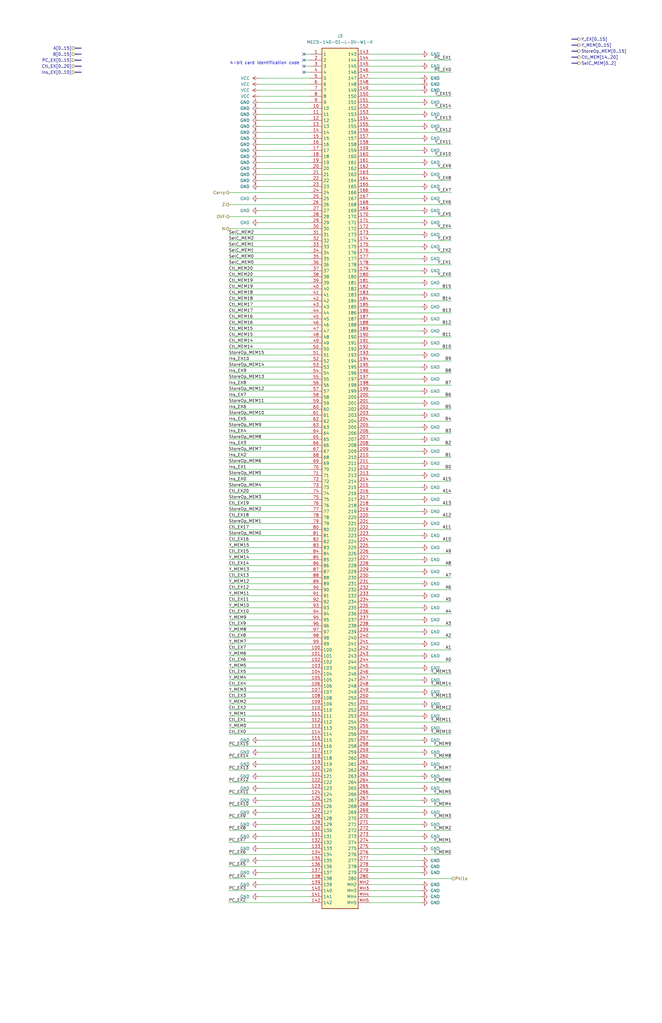
<source format=kicad_sch>
(kicad_sch (version 20250114) (generator "eeschema") (generator_version "9.0")
  (paper "USLedger" portrait)
  (title_block (date "2025-07-11") (rev "A"))
  (text "4-bit card identification code" (at 126.492 26.67 0) (effects (font (size 1.27 1.27)) (justify right)))
  (no_connect (at 128.27 27.94))
  (no_connect (at 128.27 25.4))
  (no_connect (at 128.27 22.86))
  (no_connect (at 128.27 30.48))
  (wire (pts (xy 156.21 177.8) (xy 190.5 177.8)))
  (wire (pts (xy 177.8 124.46) (xy 156.21 124.46)))
  (wire (pts (xy 177.8 109.22) (xy 156.21 109.22)))
  (bus (pts (xy 31.75 25.4) (xy 34.29 25.4)))
  (wire (pts (xy 177.8 134.62) (xy 156.21 134.62)))
  (wire (pts (xy 109.22 353.06) (xy 130.81 353.06)))
  (wire (pts (xy 96.52 259.08) (xy 130.81 259.08)))
  (wire (pts (xy 156.21 172.72) (xy 190.5 172.72)))
  (wire (pts (xy 177.8 53.34) (xy 156.21 53.34)))
  (wire (pts (xy 177.8 139.7) (xy 156.21 139.7)))
  (wire (pts (xy 96.52 99.06) (xy 130.81 99.06)))
  (wire (pts (xy 177.8 180.34) (xy 156.21 180.34)))
  (wire (pts (xy 109.22 45.72) (xy 130.81 45.72)))
  (wire (pts (xy 109.22 60.96) (xy 130.81 60.96)))
  (wire (pts (xy 109.22 48.26) (xy 130.81 48.26)))
  (bus (pts (xy 243.84 16.51) (xy 241.3 16.51)))
  (wire (pts (xy 96.52 297.18) (xy 130.81 297.18)))
  (wire (pts (xy 190.5 279.4) (xy 156.21 279.4)))
  (wire (pts (xy 177.8 43.18) (xy 156.21 43.18)))
  (wire (pts (xy 177.8 246.38) (xy 156.21 246.38)))
  (wire (pts (xy 177.8 281.94) (xy 156.21 281.94)))
  (wire (pts (xy 96.52 114.3) (xy 130.81 114.3)))
  (wire (pts (xy 156.21 360.68) (xy 190.5 360.68)))
  (wire (pts (xy 177.8 292.1) (xy 156.21 292.1)))
  (wire (pts (xy 96.52 81.28) (xy 130.81 81.28)))
  (wire (pts (xy 177.8 236.22) (xy 156.21 236.22)))
  (wire (pts (xy 177.8 175.26) (xy 156.21 175.26)))
  (wire (pts (xy 96.52 203.2) (xy 130.81 203.2)))
  (wire (pts (xy 109.22 358.14) (xy 130.81 358.14)))
  (bus (pts (xy 243.84 26.67) (xy 241.3 26.67)))
  (wire (pts (xy 190.5 45.72) (xy 156.21 45.72)))
  (wire (pts (xy 128.27 27.94) (xy 130.81 27.94)))
  (wire (pts (xy 177.8 200.66) (xy 156.21 200.66)))
  (wire (pts (xy 109.22 55.88) (xy 130.81 55.88)))
  (wire (pts (xy 96.52 147.32) (xy 130.81 147.32)))
  (wire (pts (xy 96.52 96.52) (xy 130.81 96.52)))
  (wire (pts (xy 177.8 231.14) (xy 156.21 231.14)))
  (wire (pts (xy 96.52 261.62) (xy 130.81 261.62)))
  (wire (pts (xy 190.5 223.52) (xy 156.21 223.52)))
  (wire (pts (xy 109.22 35.56) (xy 130.81 35.56)))
  (wire (pts (xy 96.52 284.48) (xy 130.81 284.48)))
  (wire (pts (xy 177.8 38.1) (xy 156.21 38.1)))
  (wire (pts (xy 128.27 22.86) (xy 130.81 22.86)))
  (wire (pts (xy 177.8 266.7) (xy 156.21 266.7)))
  (wire (pts (xy 109.22 88.9) (xy 130.81 88.9)))
  (wire (pts (xy 177.8 129.54) (xy 156.21 129.54)))
  (wire (pts (xy 177.8 48.26) (xy 156.21 48.26)))
  (wire (pts (xy 109.22 317.5) (xy 130.81 317.5)))
  (wire (pts (xy 190.5 25.4) (xy 156.21 25.4)))
  (wire (pts (xy 96.52 165.1) (xy 130.81 165.1)))
  (wire (pts (xy 177.8 119.38) (xy 156.21 119.38)))
  (wire (pts (xy 109.22 38.1) (xy 130.81 38.1)))
  (wire (pts (xy 96.52 167.64) (xy 130.81 167.64)))
  (wire (pts (xy 190.5 203.2) (xy 156.21 203.2)))
  (wire (pts (xy 156.21 340.36) (xy 190.5 340.36)))
  (wire (pts (xy 109.22 68.58) (xy 130.81 68.58)))
  (wire (pts (xy 96.52 256.54) (xy 130.81 256.54)))
  (wire (pts (xy 190.5 30.48) (xy 156.21 30.48)))
  (wire (pts (xy 156.21 345.44) (xy 190.5 345.44)))
  (wire (pts (xy 156.21 187.96) (xy 190.5 187.96)))
  (wire (pts (xy 190.5 213.36) (xy 156.21 213.36)))
  (wire (pts (xy 177.8 378.46) (xy 156.21 378.46)))
  (wire (pts (xy 156.21 142.24) (xy 190.5 142.24)))
  (wire (pts (xy 109.22 342.9) (xy 130.81 342.9)))
  (wire (pts (xy 96.52 248.92) (xy 130.81 248.92)))
  (wire (pts (xy 109.22 322.58) (xy 130.81 322.58)))
  (wire (pts (xy 177.8 195.58) (xy 156.21 195.58)))
  (wire (pts (xy 156.21 335.28) (xy 190.5 335.28)))
  (wire (pts (xy 177.8 220.98) (xy 156.21 220.98)))
  (wire (pts (xy 177.8 114.3) (xy 156.21 114.3)))
  (wire (pts (xy 177.8 375.92) (xy 156.21 375.92)))
  (wire (pts (xy 156.21 314.96) (xy 190.5 314.96)))
  (wire (pts (xy 96.52 246.38) (xy 130.81 246.38)))
  (wire (pts (xy 96.52 355.6) (xy 130.81 355.6)))
  (wire (pts (xy 96.52 175.26) (xy 130.81 175.26)))
  (bus (pts (xy 243.84 21.59) (xy 241.3 21.59)))
  (wire (pts (xy 109.22 368.3) (xy 130.81 368.3)))
  (wire (pts (xy 177.8 317.5) (xy 156.21 317.5)))
  (bus (pts (xy 31.75 30.48) (xy 34.29 30.48)))
  (wire (pts (xy 96.52 266.7) (xy 130.81 266.7)))
  (wire (pts (xy 109.22 327.66) (xy 130.81 327.66)))
  (wire (pts (xy 177.8 68.58) (xy 156.21 68.58)))
  (wire (pts (xy 96.52 231.14) (xy 130.81 231.14)))
  (wire (pts (xy 156.21 137.16) (xy 190.5 137.16)))
  (wire (pts (xy 177.8 256.54) (xy 156.21 256.54)))
  (wire (pts (xy 96.52 121.92) (xy 130.81 121.92)))
  (wire (pts (xy 177.8 365.76) (xy 156.21 365.76)))
  (wire (pts (xy 177.8 22.86) (xy 156.21 22.86)))
  (wire (pts (xy 177.8 149.86) (xy 156.21 149.86)))
  (wire (pts (xy 96.52 180.34) (xy 130.81 180.34)))
  (wire (pts (xy 96.52 236.22) (xy 130.81 236.22)))
  (wire (pts (xy 177.8 165.1) (xy 156.21 165.1)))
  (wire (pts (xy 156.21 121.92) (xy 190.5 121.92)))
  (wire (pts (xy 190.5 106.68) (xy 156.21 106.68)))
  (wire (pts (xy 177.8 337.82) (xy 156.21 337.82)))
  (wire (pts (xy 177.8 144.78) (xy 156.21 144.78)))
  (wire (pts (xy 96.52 287.02) (xy 130.81 287.02)))
  (wire (pts (xy 96.52 116.84) (xy 130.81 116.84)))
  (wire (pts (xy 190.5 248.92) (xy 156.21 248.92)))
  (wire (pts (xy 156.21 330.2) (xy 190.5 330.2)))
  (wire (pts (xy 96.52 119.38) (xy 130.81 119.38)))
  (wire (pts (xy 96.52 360.68) (xy 130.81 360.68)))
  (wire (pts (xy 96.52 190.5) (xy 130.81 190.5)))
  (wire (pts (xy 96.52 302.26) (xy 130.81 302.26)))
  (wire (pts (xy 177.8 358.14) (xy 156.21 358.14)))
  (wire (pts (xy 177.8 35.56) (xy 156.21 35.56)))
  (wire (pts (xy 177.8 332.74) (xy 156.21 332.74)))
  (wire (pts (xy 109.22 78.74) (xy 130.81 78.74)))
  (wire (pts (xy 156.21 182.88) (xy 190.5 182.88)))
  (wire (pts (xy 96.52 279.4) (xy 130.81 279.4)))
  (wire (pts (xy 177.8 297.18) (xy 156.21 297.18)))
  (wire (pts (xy 109.22 63.5) (xy 130.81 63.5)))
  (wire (pts (xy 96.52 215.9) (xy 130.81 215.9)))
  (wire (pts (xy 177.8 312.42) (xy 156.21 312.42)))
  (wire (pts (xy 96.52 251.46) (xy 130.81 251.46)))
  (bus (pts (xy 31.75 27.94) (xy 34.29 27.94)))
  (wire (pts (xy 190.5 274.32) (xy 156.21 274.32)))
  (wire (pts (xy 96.52 127) (xy 130.81 127)))
  (wire (pts (xy 177.8 327.66) (xy 156.21 327.66)))
  (wire (pts (xy 156.21 167.64) (xy 190.5 167.64)))
  (wire (pts (xy 96.52 226.06) (xy 130.81 226.06)))
  (wire (pts (xy 190.5 264.16) (xy 156.21 264.16)))
  (wire (pts (xy 96.52 91.44) (xy 130.81 91.44)))
  (wire (pts (xy 96.52 320.04) (xy 130.81 320.04)))
  (wire (pts (xy 177.8 83.82) (xy 156.21 83.82)))
  (wire (pts (xy 96.52 345.44) (xy 130.81 345.44)))
  (wire (pts (xy 177.8 88.9) (xy 156.21 88.9)))
  (wire (pts (xy 96.52 111.76) (xy 130.81 111.76)))
  (wire (pts (xy 156.21 147.32) (xy 190.5 147.32)))
  (wire (pts (xy 156.21 309.88) (xy 190.5 309.88)))
  (wire (pts (xy 109.22 363.22) (xy 130.81 363.22)))
  (wire (pts (xy 96.52 149.86) (xy 130.81 149.86)))
  (wire (pts (xy 96.52 314.96) (xy 130.81 314.96)))
  (wire (pts (xy 190.5 76.2) (xy 156.21 76.2)))
  (wire (pts (xy 190.5 91.44) (xy 156.21 91.44)))
  (wire (pts (xy 190.5 40.64) (xy 156.21 40.64)))
  (wire (pts (xy 177.8 210.82) (xy 156.21 210.82)))
  (wire (pts (xy 177.8 276.86) (xy 156.21 276.86)))
  (wire (pts (xy 96.52 198.12) (xy 130.81 198.12)))
  (wire (pts (xy 96.52 157.48) (xy 130.81 157.48)))
  (bus (pts (xy 243.84 24.13) (xy 241.3 24.13)))
  (wire (pts (xy 156.21 284.48) (xy 190.5 284.48)))
  (wire (pts (xy 177.8 215.9) (xy 156.21 215.9)))
  (wire (pts (xy 156.21 162.56) (xy 190.5 162.56)))
  (bus (pts (xy 31.75 22.86) (xy 34.29 22.86)))
  (wire (pts (xy 177.8 99.06) (xy 156.21 99.06)))
  (wire (pts (xy 96.52 233.68) (xy 130.81 233.68)))
  (wire (pts (xy 190.5 111.76) (xy 156.21 111.76)))
  (wire (pts (xy 177.8 368.3) (xy 156.21 368.3)))
  (wire (pts (xy 96.52 129.54) (xy 130.81 129.54)))
  (wire (pts (xy 190.5 50.8) (xy 156.21 50.8)))
  (wire (pts (xy 177.8 160.02) (xy 156.21 160.02)))
  (wire (pts (xy 156.21 304.8) (xy 190.5 304.8)))
  (wire (pts (xy 96.52 182.88) (xy 130.81 182.88)))
  (wire (pts (xy 177.8 302.26) (xy 156.21 302.26)))
  (wire (pts (xy 96.52 292.1) (xy 130.81 292.1)))
  (wire (pts (xy 128.27 30.48) (xy 130.81 30.48)))
  (wire (pts (xy 177.8 104.14) (xy 156.21 104.14)))
  (wire (pts (xy 190.5 96.52) (xy 156.21 96.52)))
  (wire (pts (xy 96.52 274.32) (xy 130.81 274.32)))
  (wire (pts (xy 96.52 271.78) (xy 130.81 271.78)))
  (wire (pts (xy 156.21 193.04) (xy 190.5 193.04)))
  (wire (pts (xy 96.52 187.96) (xy 130.81 187.96)))
  (wire (pts (xy 96.52 160.02) (xy 130.81 160.02)))
  (wire (pts (xy 177.8 63.5) (xy 156.21 63.5)))
  (wire (pts (xy 96.52 330.2) (xy 130.81 330.2)))
  (wire (pts (xy 96.52 162.56) (xy 130.81 162.56)))
  (wire (pts (xy 156.21 320.04) (xy 190.5 320.04)))
  (wire (pts (xy 96.52 381) (xy 130.81 381)))
  (wire (pts (xy 190.5 370.84) (xy 156.21 370.84)))
  (wire (pts (xy 177.8 190.5) (xy 156.21 190.5)))
  (wire (pts (xy 109.22 93.98) (xy 130.81 93.98)))
  (wire (pts (xy 96.52 307.34) (xy 130.81 307.34)))
  (wire (pts (xy 177.8 307.34) (xy 156.21 307.34)))
  (wire (pts (xy 109.22 332.74) (xy 130.81 332.74)))
  (wire (pts (xy 177.8 33.02) (xy 156.21 33.02)))
  (wire (pts (xy 156.21 152.4) (xy 190.5 152.4)))
  (wire (pts (xy 109.22 33.02) (xy 130.81 33.02)))
  (wire (pts (xy 156.21 325.12) (xy 190.5 325.12)))
  (wire (pts (xy 177.8 226.06) (xy 156.21 226.06)))
  (wire (pts (xy 96.52 154.94) (xy 130.81 154.94)))
  (wire (pts (xy 109.22 53.34) (xy 130.81 53.34)))
  (wire (pts (xy 109.22 312.42) (xy 130.81 312.42)))
  (wire (pts (xy 96.52 228.6) (xy 130.81 228.6)))
  (wire (pts (xy 156.21 350.52) (xy 190.5 350.52)))
  (wire (pts (xy 96.52 340.36) (xy 130.81 340.36)))
  (wire (pts (xy 190.5 233.68) (xy 156.21 233.68)))
  (wire (pts (xy 190.5 86.36) (xy 156.21 86.36)))
  (wire (pts (xy 96.52 185.42) (xy 130.81 185.42)))
  (wire (pts (xy 177.8 342.9) (xy 156.21 342.9)))
  (wire (pts (xy 96.52 193.04) (xy 130.81 193.04)))
  (wire (pts (xy 156.21 355.6) (xy 190.5 355.6)))
  (wire (pts (xy 109.22 71.12) (xy 130.81 71.12)))
  (wire (pts (xy 190.5 55.88) (xy 156.21 55.88)))
  (wire (pts (xy 96.52 152.4) (xy 130.81 152.4)))
  (wire (pts (xy 96.52 218.44) (xy 130.81 218.44)))
  (wire (pts (xy 177.8 347.98) (xy 156.21 347.98)))
  (wire (pts (xy 96.52 370.84) (xy 130.81 370.84)))
  (wire (pts (xy 190.5 269.24) (xy 156.21 269.24)))
  (wire (pts (xy 177.8 78.74) (xy 156.21 78.74)))
  (wire (pts (xy 128.27 25.4) (xy 130.81 25.4)))
  (wire (pts (xy 96.52 375.92) (xy 130.81 375.92)))
  (wire (pts (xy 96.52 325.12) (xy 130.81 325.12)))
  (wire (pts (xy 96.52 335.28) (xy 130.81 335.28)))
  (wire (pts (xy 156.21 132.08) (xy 190.5 132.08)))
  (wire (pts (xy 96.52 205.74) (xy 130.81 205.74)))
  (wire (pts (xy 177.8 251.46) (xy 156.21 251.46)))
  (wire (pts (xy 190.5 101.6) (xy 156.21 101.6)))
  (wire (pts (xy 96.52 294.64) (xy 130.81 294.64)))
  (wire (pts (xy 96.52 289.56) (xy 130.81 289.56)))
  (wire (pts (xy 156.21 289.56) (xy 190.5 289.56)))
  (wire (pts (xy 190.5 238.76) (xy 156.21 238.76)))
  (wire (pts (xy 156.21 157.48) (xy 190.5 157.48)))
  (wire (pts (xy 177.8 353.06) (xy 156.21 353.06)))
  (wire (pts (xy 96.52 264.16) (xy 130.81 264.16)))
  (wire (pts (xy 177.8 381) (xy 156.21 381)))
  (wire (pts (xy 109.22 50.8) (xy 130.81 50.8)))
  (wire (pts (xy 177.8 271.78) (xy 156.21 271.78)))
  (wire (pts (xy 96.52 109.22) (xy 130.81 109.22)))
  (wire (pts (xy 190.5 208.28) (xy 156.21 208.28)))
  (wire (pts (xy 96.52 132.08) (xy 130.81 132.08)))
  (wire (pts (xy 109.22 66.04) (xy 130.81 66.04)))
  (wire (pts (xy 177.8 241.3) (xy 156.21 241.3)))
  (wire (pts (xy 96.52 195.58) (xy 130.81 195.58)))
  (wire (pts (xy 177.8 58.42) (xy 156.21 58.42)))
  (wire (pts (xy 96.52 350.52) (xy 130.81 350.52)))
  (wire (pts (xy 190.5 66.04) (xy 156.21 66.04)))
  (wire (pts (xy 177.8 261.62) (xy 156.21 261.62)))
  (wire (pts (xy 190.5 60.96) (xy 156.21 60.96)))
  (wire (pts (xy 96.52 269.24) (xy 130.81 269.24)))
  (wire (pts (xy 109.22 83.82) (xy 130.81 83.82)))
  (wire (pts (xy 177.8 287.02) (xy 156.21 287.02)))
  (wire (pts (xy 109.22 76.2) (xy 130.81 76.2)))
  (wire (pts (xy 109.22 40.64) (xy 130.81 40.64)))
  (wire (pts (xy 177.8 363.22) (xy 156.21 363.22)))
  (wire (pts (xy 96.52 304.8) (xy 130.81 304.8)))
  (wire (pts (xy 109.22 373.38) (xy 130.81 373.38)))
  (wire (pts (xy 96.52 243.84) (xy 130.81 243.84)))
  (wire (pts (xy 190.5 228.6) (xy 156.21 228.6)))
  (wire (pts (xy 177.8 185.42) (xy 156.21 185.42)))
  (wire (pts (xy 96.52 139.7) (xy 130.81 139.7)))
  (wire (pts (xy 177.8 154.94) (xy 156.21 154.94)))
  (wire (pts (xy 190.5 218.44) (xy 156.21 218.44)))
  (wire (pts (xy 96.52 170.18) (xy 130.81 170.18)))
  (wire (pts (xy 96.52 241.3) (xy 130.81 241.3)))
  (wire (pts (xy 96.52 365.76) (xy 130.81 365.76)))
  (wire (pts (xy 96.52 210.82) (xy 130.81 210.82)))
  (wire (pts (xy 96.52 137.16) (xy 130.81 137.16)))
  (wire (pts (xy 96.52 281.94) (xy 130.81 281.94)))
  (wire (pts (xy 177.8 322.58) (xy 156.21 322.58)))
  (wire (pts (xy 96.52 106.68) (xy 130.81 106.68)))
  (wire (pts (xy 96.52 101.6) (xy 130.81 101.6)))
  (wire (pts (xy 156.21 299.72) (xy 190.5 299.72)))
  (wire (pts (xy 96.52 220.98) (xy 130.81 220.98)))
  (wire (pts (xy 109.22 58.42) (xy 130.81 58.42)))
  (wire (pts (xy 96.52 254) (xy 130.81 254)))
  (wire (pts (xy 177.8 93.98) (xy 156.21 93.98)))
  (wire (pts (xy 109.22 378.46) (xy 130.81 378.46)))
  (wire (pts (xy 190.5 71.12) (xy 156.21 71.12)))
  (wire (pts (xy 96.52 144.78) (xy 130.81 144.78)))
  (wire (pts (xy 96.52 177.8) (xy 130.81 177.8)))
  (wire (pts (xy 109.22 43.18) (xy 130.81 43.18)))
  (wire (pts (xy 109.22 337.82) (xy 130.81 337.82)))
  (wire (pts (xy 190.5 243.84) (xy 156.21 243.84)))
  (wire (pts (xy 96.52 104.14) (xy 130.81 104.14)))
  (wire (pts (xy 96.52 213.36) (xy 130.81 213.36)))
  (wire (pts (xy 177.8 373.38) (xy 156.21 373.38)))
  (wire (pts (xy 177.8 27.94) (xy 156.21 27.94)))
  (wire (pts (xy 156.21 198.12) (xy 190.5 198.12)))
  (wire (pts (xy 96.52 134.62) (xy 130.81 134.62)))
  (wire (pts (xy 96.52 223.52) (xy 130.81 223.52)))
  (wire (pts (xy 156.21 127) (xy 190.5 127)))
  (wire (pts (xy 156.21 294.64) (xy 190.5 294.64)))
  (wire (pts (xy 109.22 347.98) (xy 130.81 347.98)))
  (bus (pts (xy 31.75 20.32) (xy 34.29 20.32)))
  (wire (pts (xy 96.52 208.28) (xy 130.81 208.28)))
  (wire (pts (xy 96.52 299.72) (xy 130.81 299.72)))
  (wire (pts (xy 96.52 124.46) (xy 130.81 124.46)))
  (wire (pts (xy 96.52 86.36) (xy 130.81 86.36)))
  (wire (pts (xy 109.22 73.66) (xy 130.81 73.66)))
  (bus (pts (xy 243.84 19.05) (xy 241.3 19.05)))
  (wire (pts (xy 96.52 200.66) (xy 130.81 200.66)))
  (wire (pts (xy 96.52 142.24) (xy 130.81 142.24)))
  (wire (pts (xy 96.52 172.72) (xy 130.81 172.72)))
  (wire (pts (xy 177.8 73.66) (xy 156.21 73.66)))
  (wire (pts (xy 96.52 276.86) (xy 130.81 276.86)))
  (wire (pts (xy 96.52 309.88) (xy 130.81 309.88)))
  (wire (pts (xy 177.8 205.74) (xy 156.21 205.74)))
  (wire (pts (xy 96.52 238.76) (xy 130.81 238.76)))
  (wire (pts (xy 177.8 170.18) (xy 156.21 170.18)))
  (wire (pts (xy 190.5 116.84) (xy 156.21 116.84)))
  (wire (pts (xy 190.5 259.08) (xy 156.21 259.08)))
  (wire (pts (xy 190.5 254) (xy 156.21 254)))
  (wire (pts (xy 190.5 81.28) (xy 156.21 81.28)))
  (label "Y_MEM12" (at 190.5 299.72 180))
  (label "Ins_EX5" (at 96.52 177.8 0))
  (label "PC_EX7" (at 96.52 355.6 0))
  (label "PC_EX4" (at 96.52 370.84 0))
  (label "PC_EX14" (at 96.52 320.04 0))
  (label "Y_EX13" (at 190.5 50.8 180))
  (label "PC_EX2" (at 96.52 381 0))
  (label "B4" (at 190.5 177.8 180))
  (label "Ctl_EX6" (at 96.52 279.4 0))
  (label "Y_MEM4" (at 96.52 287.02 0))
  (label "Ins_EX3" (at 96.52 187.96 0))
  (label "B6" (at 190.5 167.64 180))
  (label "StoreOp_MEM10" (at 96.52 175.26 0))
  (label "Ctl_EX9" (at 96.52 264.16 0))
  (label "SelC_MEM2" (at 96.52 99.06 0))
  (label "StoreOp_MEM9" (at 96.52 180.34 0))
  (label "PC_EX6" (at 96.52 360.68 0))
  (label "Y_MEM6" (at 96.52 276.86 0))
  (label "Y_EX9" (at 190.5 71.12 180))
  (label "Y_MEM8" (at 190.5 320.04 180))
  (label "PC_EX0" (at 190.5 30.48 180))
  (label "A15" (at 190.5 203.2 180))
  (label "Y_MEM5" (at 190.5 335.28 180))
  (label "SelC_MEM1" (at 96.52 106.68 0))
  (label "Y_MEM15" (at 190.5 284.48 180))
  (label "PC_EX3" (at 96.52 375.92 0))
  (label "StoreOp_MEM12" (at 96.52 165.1 0))
  (label "Ctl_MEM15" (at 96.52 142.24 0))
  (label "Ctl_EX5" (at 96.52 284.48 0))
  (label "Ctl_MEM20" (at 96.52 116.84 0))
  (label "B15" (at 190.5 121.92 180))
  (label "Y_EX14" (at 190.5 45.72 180))
  (label "Ctl_MEM14" (at 96.52 144.78 0))
  (label "StoreOp_MEM14" (at 96.52 154.94 0))
  (label "Ctl_EX7" (at 96.52 274.32 0))
  (label "A14" (at 190.5 208.28 180))
  (label "B1" (at 190.5 193.04 180))
  (label "Ins_EX10" (at 96.52 152.4 0))
  (label "Ctl_EX17" (at 96.52 223.52 0))
  (label "SelC_MEM1" (at 96.52 104.14 0))
  (label "Ctl_EX2" (at 96.52 299.72 0))
  (label "Ins_EX9" (at 96.52 157.48 0))
  (label "B14" (at 190.5 127 180))
  (label "B3" (at 190.5 182.88 180))
  (label "Ctl_MEM17" (at 96.52 129.54 0))
  (label "Ctl_EX15" (at 96.52 233.68 0))
  (label "A8" (at 190.5 238.76 180))
  (label "Y_MEM3" (at 190.5 345.44 180))
  (label "A0" (at 190.5 279.4 180))
  (label "Y_EX6" (at 190.5 86.36 180))
  (label "Y_MEM2" (at 190.5 350.52 180))
  (label "Ctl_EX8" (at 96.52 269.24 0))
  (label "PC_EX11" (at 96.52 335.28 0))
  (label "Ctl_MEM14" (at 96.52 147.32 0))
  (label "A5" (at 190.5 254 180))
  (label "Y_MEM2" (at 96.52 297.18 0))
  (label "Y_MEM11" (at 96.52 251.46 0))
  (label "Ctl_MEM15" (at 96.52 139.7 0))
  (label "Y_MEM8" (at 96.52 266.7 0))
  (label "Y_EX11" (at 190.5 60.96 180))
  (label "Ctl_MEM18" (at 96.52 124.46 0))
  (label "Ctl_EX1" (at 96.52 304.8 0))
  (label "B10" (at 190.5 147.32 180))
  (label "PC_EX1" (at 190.5 25.4 180))
  (label "Ctl_EX0" (at 96.52 309.88 0))
  (label "Ctl_MEM20" (at 96.52 114.3 0))
  (label "A3" (at 190.5 264.16 180))
  (label "Y_EX3" (at 190.5 101.6 180))
  (label "A7" (at 190.5 243.84 180))
  (label "StoreOp_MEM8" (at 96.52 185.42 0))
  (label "Ctl_EX3" (at 96.52 294.64 0))
  (label "Y_EX12" (at 190.5 55.88 180))
  (label "Ctl_EX13" (at 96.52 243.84 0))
  (label "A13" (at 190.5 213.36 180))
  (label "Ctl_MEM16" (at 96.52 137.16 0))
  (label "StoreOp_MEM7" (at 96.52 190.5 0))
  (label "Y_MEM1" (at 96.52 302.26 0))
  (label "Y_MEM12" (at 96.52 246.38 0))
  (label "Ctl_EX18" (at 96.52 218.44 0))
  (label "PC_EX5" (at 96.52 365.76 0))
  (label "Y_MEM15" (at 96.52 231.14 0))
  (label "Y_EX4" (at 190.5 96.52 180))
  (label "StoreOp_MEM0" (at 96.52 226.06 0))
  (label "Y_EX7" (at 190.5 81.28 180))
  (label "Y_MEM14" (at 190.5 289.56 180))
  (label "B8" (at 190.5 157.48 180))
  (label "Ctl_MEM19" (at 96.52 121.92 0))
  (label "PC_EX12" (at 96.52 330.2 0))
  (label "Y_MEM14" (at 96.52 236.22 0))
  (label "StoreOp_MEM5" (at 96.52 200.66 0))
  (label "Ins_EX1" (at 96.52 198.12 0))
  (label "Y_MEM4" (at 190.5 340.36 180))
  (label "Y_MEM10" (at 190.5 309.88 180))
  (label "A2" (at 190.5 269.24 180))
  (label "PC_EX13" (at 96.52 325.12 0))
  (label "Ctl_EX4" (at 96.52 289.56 0))
  (label "B2" (at 190.5 187.96 180))
  (label "Ctl_EX10" (at 96.52 259.08 0))
  (label "Y_MEM0" (at 190.5 360.68 180))
  (label "Y_MEM11" (at 190.5 304.8 180))
  (label "Ins_EX6" (at 96.52 172.72 0))
  (label "Ctl_EX20" (at 96.52 208.28 0))
  (label "StoreOp_MEM2" (at 96.52 215.9 0))
  (label "B5" (at 190.5 172.72 180))
  (label "Ctl_MEM19" (at 96.52 119.38 0))
  (label "StoreOp_MEM6" (at 96.52 195.58 0))
  (label "Ins_EX8" (at 96.52 162.56 0))
  (label "Y_MEM0" (at 96.52 307.34 0))
  (label "StoreOp_MEM3" (at 96.52 210.82 0))
  (label "StoreOp_MEM4" (at 96.52 205.74 0))
  (label "A6" (at 190.5 248.92 180))
  (label "Y_MEM10" (at 96.52 256.54 0))
  (label "Ctl_MEM17" (at 96.52 132.08 0))
  (label "B13" (at 190.5 132.08 180))
  (label "Y_EX15" (at 190.5 40.64 180))
  (label "PC_EX15" (at 96.52 314.96 0))
  (label "Y_MEM7" (at 96.52 271.78 0))
  (label "B0" (at 190.5 198.12 180))
  (label "Y_EX1" (at 190.5 111.76 180))
  (label "Ctl_MEM16" (at 96.52 134.62 0))
  (label "SelC_MEM2" (at 96.52 101.6 0))
  (label "Y_MEM9" (at 190.5 314.96 180))
  (label "Ins_EX0" (at 96.52 203.2 0))
  (label "Ctl_EX14" (at 96.52 238.76 0))
  (label "Ctl_EX19" (at 96.52 213.36 0))
  (label "PC_EX8" (at 96.52 350.52 0))
  (label "B11" (at 190.5 142.24 180))
  (label "B9" (at 190.5 152.4 180))
  (label "A11" (at 190.5 223.52 180))
  (label "Y_MEM9" (at 96.52 261.62 0))
  (label "B12" (at 190.5 137.16 180))
  (label "Y_EX0" (at 190.5 116.84 180))
  (label "Ctl_MEM18" (at 96.52 127 0))
  (label "StoreOp_MEM13" (at 96.52 160.02 0))
  (label "StoreOp_MEM15" (at 96.52 149.86 0))
  (label "Ctl_EX16" (at 96.52 228.6 0))
  (label "Y_MEM13" (at 190.5 294.64 180))
  (label "Y_EX5" (at 190.5 91.44 180))
  (label "B7" (at 190.5 162.56 180))
  (label "Y_MEM3" (at 96.52 292.1 0))
  (label "Y_EX10" (at 190.5 66.04 180))
  (label "A1" (at 190.5 274.32 180))
  (label "PC_EX9" (at 96.52 345.44 0))
  (label "A10" (at 190.5 228.6 180))
  (label "Ins_EX2" (at 96.52 193.04 0))
  (label "Y_MEM6" (at 190.5 330.2 180))
  (label "Y_MEM1" (at 190.5 355.6 180))
  (label "StoreOp_MEM11" (at 96.52 170.18 0))
  (label "Ins_EX4" (at 96.52 182.88 0))
  (label "StoreOp_MEM1" (at 96.52 220.98 0))
  (label "Ctl_EX11" (at 96.52 254 0))
  (label "A4" (at 190.5 259.08 180))
  (label "Ctl_EX12" (at 96.52 248.92 0))
  (label "SelC_MEM0" (at 96.52 109.22 0))
  (label "SelC_MEM0" (at 96.52 111.76 0))
  (label "A9" (at 190.5 233.68 180))
  (label "Y_MEM7" (at 190.5 325.12 180))
  (label "PC_EX10" (at 96.52 340.36 0))
  (label "Y_EX8" (at 190.5 76.2 180))
  (label "Ins_EX7" (at 96.52 167.64 0))
  (label "Y_MEM5" (at 96.52 281.94 0))
  (label "Y_MEM13" (at 96.52 241.3 0))
  (label "Y_EX2" (at 190.5 106.68 180))
  (label "A12" (at 190.5 218.44 180))
  (hierarchical_label "OVF" (shape output) (at 96.52 91.44 180))
  (hierarchical_label "Y_EX[0..15]" (shape output) (at 243.84 16.51 0))
  (hierarchical_label "SelC_MEM[0..2]" (shape output) (at 243.84 26.67 0))
  (hierarchical_label "Z" (shape output) (at 96.52 86.36 180))
  (hierarchical_label "Ctl_MEM[14..20]" (shape output) (at 243.84 24.13 0))
  (hierarchical_label "PC_EX[0..15]" (shape input) (at 31.75 25.4 180))
  (hierarchical_label "B[0..15]" (shape input) (at 31.75 22.86 180))
  (hierarchical_label "Y_MEM[0..15]" (shape output) (at 243.84 19.05 0))
  (hierarchical_label "A[0..15]" (shape input) (at 31.75 20.32 180))
  (hierarchical_label "StoreOp_MEM[0..15]" (shape output) (at 243.84 21.59 0))
  (hierarchical_label "Ctl_EX[0..20]" (shape input) (at 31.75 27.94 180))
  (hierarchical_label "Ins_EX[0..10]" (shape input) (at 31.75 30.48 180))
  (hierarchical_label "Carry" (shape output) (at 96.52 81.28 180))
  (hierarchical_label "N" (shape output) (at 96.52 96.52 180))
  (hierarchical_label "Phi1e" (shape input) (at 190.5 370.84 0))
  (symbol (lib_id "power:GND") (at 109.22 322.58 270) (unit 1)
    (property "Reference" "#PWR0714" (effects (hide yes)))
    (property "Value" "GND" (at 105.41 322.5799 90) (effects (justify right)))
    (property "Description" "Power symbol creates a global label with name \"GND\" , ground" (effects (hide yes)))
  )
  (symbol (lib_id "power:GND") (at 177.8 139.7 90) (mirror x) (unit 1)
    (property "Reference" "#PWR0661" (effects (hide yes)))
    (property "Value" "GND" (at 181.61 139.6999 90) (effects (justify right)))
    (property "Description" "Power symbol creates a global label with name \"GND\" , ground" (effects (hide yes)))
  )
  (symbol (lib_id "power:GND") (at 109.22 347.98 270) (unit 1)
    (property "Reference" "#PWR0719" (effects (hide yes)))
    (property "Value" "GND" (at 105.41 347.9799 90) (effects (justify right)))
    (property "Description" "Power symbol creates a global label with name \"GND\" , ground" (effects (hide yes)))
  )
  (symbol (lib_id "power:GND") (at 177.8 358.14 90) (mirror x) (unit 1)
    (property "Reference" "#PWR0689" (effects (hide yes)))
    (property "Value" "GND" (at 181.61 358.1399 90) (effects (justify right)))
    (property "Description" "Power symbol creates a global label with name \"GND\" , ground" (effects (hide yes)))
  )
  (symbol (lib_id "power:GND") (at 177.8 124.46 90) (mirror x) (unit 1)
    (property "Reference" "#PWR0658" (effects (hide yes)))
    (property "Value" "GND" (at 181.61 124.4599 90) (effects (justify right)))
    (property "Description" "Power symbol creates a global label with name \"GND\" , ground" (effects (hide yes)))
  )
  (symbol (lib_id "power:GND") (at 177.8 347.98 90) (mirror x) (unit 1)
    (property "Reference" "#PWR0687" (effects (hide yes)))
    (property "Value" "GND" (at 181.61 347.9799 90) (effects (justify right)))
    (property "Description" "Power symbol creates a global label with name \"GND\" , ground" (effects (hide yes)))
  )
  (symbol (lib_id "power:GND") (at 109.22 63.5 270) (unit 1)
    (property "Reference" "#PWR0733" (effects (hide yes)))
    (property "Value" "GND" (at 105.41 63.4999 90) (effects (justify right)))
    (property "Description" "Power symbol creates a global label with name \"GND\" , ground" (effects (hide yes)))
  )
  (symbol (lib_id "power:GND") (at 109.22 327.66 270) (unit 1)
    (property "Reference" "#PWR0715" (effects (hide yes)))
    (property "Value" "GND" (at 105.41 327.6599 90) (effects (justify right)))
    (property "Description" "Power symbol creates a global label with name \"GND\" , ground" (effects (hide yes)))
  )
  (symbol (lib_id "power:GND") (at 177.8 104.14 90) (mirror x) (unit 1)
    (property "Reference" "#PWR0654" (effects (hide yes)))
    (property "Value" "GND" (at 181.61 104.1399 90) (effects (justify right)))
    (property "Description" "Power symbol creates a global label with name \"GND\" , ground" (effects (hide yes)))
  )
  (symbol (lib_id "power:GND") (at 177.8 342.9 90) (mirror x) (unit 1)
    (property "Reference" "#PWR0686" (effects (hide yes)))
    (property "Value" "GND" (at 181.61 342.8999 90) (effects (justify right)))
    (property "Description" "Power symbol creates a global label with name \"GND\" , ground" (effects (hide yes)))
  )
  (symbol (lib_id "power:GND") (at 177.8 170.18 90) (mirror x) (unit 1)
    (property "Reference" "#PWR0667" (effects (hide yes)))
    (property "Value" "GND" (at 181.61 170.1799 90) (effects (justify right)))
    (property "Description" "Power symbol creates a global label with name \"GND\" , ground" (effects (hide yes)))
  )
  (symbol (lib_id "power:GND") (at 109.22 60.96 270) (unit 1)
    (property "Reference" "#PWR0740" (effects (hide yes)))
    (property "Value" "GND" (at 105.41 60.9599 90) (effects (justify right)))
    (property "Description" "Power symbol creates a global label with name \"GND\" , ground" (effects (hide yes)))
  )
  (symbol (lib_id "power:GND") (at 177.8 271.78 90) (mirror x) (unit 1)
    (property "Reference" "#PWR0700" (effects (hide yes)))
    (property "Value" "GND" (at 181.61 271.7799 90) (effects (justify right)))
    (property "Description" "Power symbol creates a global label with name \"GND\" , ground" (effects (hide yes)))
  )
  (symbol (lib_id "power:GND") (at 177.8 375.92 90) (mirror x) (unit 1)
    (property "Reference" "#PWR0514" (effects (hide yes)))
    (property "Value" "GND" (at 181.61 375.9199 90) (effects (justify right)))
    (property "Description" "Power symbol creates a global label with name \"GND\" , ground" (effects (hide yes)))
  )
  (symbol (lib_id "power:GND") (at 109.22 368.3 270) (unit 1)
    (property "Reference" "#PWR0723" (effects (hide yes)))
    (property "Value" "GND" (at 105.41 368.2999 90) (effects (justify right)))
    (property "Description" "Power symbol creates a global label with name \"GND\" , ground" (effects (hide yes)))
  )
  (symbol (lib_id "power:VCC") (at 109.22 40.64 90) (unit 1)
    (property "Reference" "#PWR051" (effects (hide yes)))
    (property "Value" "VCC" (at 105.41 40.6399 90) (effects (justify left)))
    (property "Description" "Power symbol creates a global label with name \"VCC\"" (effects (hide yes)))
  )
  (symbol (lib_id "power:GND") (at 177.8 93.98 90) (mirror x) (unit 1)
    (property "Reference" "#PWR0652" (effects (hide yes)))
    (property "Value" "GND" (at 181.61 93.9799 90) (effects (justify right)))
    (property "Description" "Power symbol creates a global label with name \"GND\" , ground" (effects (hide yes)))
  )
  (symbol (lib_id "power:GND") (at 177.8 220.98 90) (mirror x) (unit 1)
    (property "Reference" "#PWR0705" (effects (hide yes)))
    (property "Value" "GND" (at 181.61 220.9799 90) (effects (justify right)))
    (property "Description" "Power symbol creates a global label with name \"GND\" , ground" (effects (hide yes)))
  )
  (symbol (lib_id "power:GND") (at 177.8 149.86 90) (mirror x) (unit 1)
    (property "Reference" "#PWR0663" (effects (hide yes)))
    (property "Value" "GND" (at 181.61 149.8599 90) (effects (justify right)))
    (property "Description" "Power symbol creates a global label with name \"GND\" , ground" (effects (hide yes)))
  )
  (symbol (lib_id "power:GND") (at 177.8 281.94 90) (mirror x) (unit 1)
    (property "Reference" "#PWR0702" (effects (hide yes)))
    (property "Value" "GND" (at 181.61 281.9399 90) (effects (justify right)))
    (property "Description" "Power symbol creates a global label with name \"GND\" , ground" (effects (hide yes)))
  )
  (symbol (lib_id "power:GND") (at 109.22 71.12 270) (unit 1)
    (property "Reference" "#PWR0742" (effects (hide yes)))
    (property "Value" "GND" (at 105.41 71.1199 90) (effects (justify right)))
    (property "Description" "Power symbol creates a global label with name \"GND\" , ground" (effects (hide yes)))
  )
  (symbol (lib_id "power:GND") (at 177.8 231.14 90) (mirror x) (unit 1)
    (property "Reference" "#PWR0692" (effects (hide yes)))
    (property "Value" "GND" (at 181.61 231.1399 90) (effects (justify right)))
    (property "Description" "Power symbol creates a global label with name \"GND\" , ground" (effects (hide yes)))
  )
  (symbol (lib_id "power:GND") (at 177.8 241.3 90) (mirror x) (unit 1)
    (property "Reference" "#PWR0694" (effects (hide yes)))
    (property "Value" "GND" (at 181.61 241.2999 90) (effects (justify right)))
    (property "Description" "Power symbol creates a global label with name \"GND\" , ground" (effects (hide yes)))
  )
  (symbol (lib_id "power:GND") (at 177.8 332.74 90) (mirror x) (unit 1)
    (property "Reference" "#PWR0684" (effects (hide yes)))
    (property "Value" "GND" (at 181.61 332.7399 90) (effects (justify right)))
    (property "Description" "Power symbol creates a global label with name \"GND\" , ground" (effects (hide yes)))
  )
  (symbol (lib_id "power:GND") (at 109.22 66.04 270) (unit 1)
    (property "Reference" "#PWR0741" (effects (hide yes)))
    (property "Value" "GND" (at 105.41 66.0399 90) (effects (justify right)))
    (property "Description" "Power symbol creates a global label with name \"GND\" , ground" (effects (hide yes)))
  )
  (symbol (lib_id "power:VCC") (at 109.22 38.1 90) (unit 1)
    (property "Reference" "#PWR050" (effects (hide yes)))
    (property "Value" "VCC" (at 105.41 38.0999 90) (effects (justify left)))
    (property "Description" "Power symbol creates a global label with name \"VCC\"" (effects (hide yes)))
  )
  (symbol (lib_id "power:GND") (at 109.22 50.8 270) (unit 1)
    (property "Reference" "#PWR0745" (effects (hide yes)))
    (property "Value" "GND" (at 105.41 50.7999 90) (effects (justify right)))
    (property "Description" "Power symbol creates a global label with name \"GND\" , ground" (effects (hide yes)))
  )
  (symbol (lib_id "power:GND") (at 177.8 276.86 90) (mirror x) (unit 1)
    (property "Reference" "#PWR0701" (effects (hide yes)))
    (property "Value" "GND" (at 181.61 276.8599 90) (effects (justify right)))
    (property "Description" "Power symbol creates a global label with name \"GND\" , ground" (effects (hide yes)))
  )
  (symbol (lib_id "power:GND") (at 177.8 210.82 90) (mirror x) (unit 1)
    (property "Reference" "#PWR0707" (effects (hide yes)))
    (property "Value" "GND" (at 181.61 210.8199 90) (effects (justify right)))
    (property "Description" "Power symbol creates a global label with name \"GND\" , ground" (effects (hide yes)))
  )
  (symbol (lib_id "power:GND") (at 109.22 93.98 270) (unit 1)
    (property "Reference" "#PWR0739" (effects (hide yes)))
    (property "Value" "GND" (at 105.41 93.9799 90) (effects (justify right)))
    (property "Description" "Power symbol creates a global label with name \"GND\" , ground" (effects (hide yes)))
  )
  (symbol (lib_id "power:GND") (at 177.8 261.62 90) (mirror x) (unit 1)
    (property "Reference" "#PWR0698" (effects (hide yes)))
    (property "Value" "GND" (at 181.61 261.6199 90) (effects (justify right)))
    (property "Description" "Power symbol creates a global label with name \"GND\" , ground" (effects (hide yes)))
  )
  (symbol (lib_id "power:GND") (at 177.8 175.26 90) (mirror x) (unit 1)
    (property "Reference" "#PWR0668" (effects (hide yes)))
    (property "Value" "GND" (at 181.61 175.2599 90) (effects (justify right)))
    (property "Description" "Power symbol creates a global label with name \"GND\" , ground" (effects (hide yes)))
  )
  (symbol (lib_id "power:GND") (at 109.22 317.5 270) (unit 1)
    (property "Reference" "#PWR0713" (effects (hide yes)))
    (property "Value" "GND" (at 105.41 317.4999 90) (effects (justify right)))
    (property "Description" "Power symbol creates a global label with name \"GND\" , ground" (effects (hide yes)))
  )
  (symbol (lib_id "power:GND") (at 177.8 53.34 90) (mirror x) (unit 1)
    (property "Reference" "#PWR0643" (effects (hide yes)))
    (property "Value" "GND" (at 181.61 53.3399 90) (effects (justify right)))
    (property "Description" "Power symbol creates a global label with name \"GND\" , ground" (effects (hide yes)))
  )
  (symbol (lib_id "power:GND") (at 109.22 76.2 270) (unit 1)
    (property "Reference" "#PWR0743" (effects (hide yes)))
    (property "Value" "GND" (at 105.41 76.1999 90) (effects (justify right)))
    (property "Description" "Power symbol creates a global label with name \"GND\" , ground" (effects (hide yes)))
  )
  (symbol (lib_id "power:GND") (at 177.8 119.38 90) (mirror x) (unit 1)
    (property "Reference" "#PWR0657" (effects (hide yes)))
    (property "Value" "GND" (at 181.61 119.3799 90) (effects (justify right)))
    (property "Description" "Power symbol creates a global label with name \"GND\" , ground" (effects (hide yes)))
  )
  (symbol (lib_id "power:GND") (at 109.22 88.9 270) (unit 1)
    (property "Reference" "#PWR0738" (effects (hide yes)))
    (property "Value" "GND" (at 105.41 88.8999 90) (effects (justify right)))
    (property "Description" "Power symbol creates a global label with name \"GND\" , ground" (effects (hide yes)))
  )
  (symbol (lib_id "power:GND") (at 109.22 48.26 270) (unit 1)
    (property "Reference" "#PWR0730" (effects (hide yes)))
    (property "Value" "GND" (at 105.41 48.2599 90) (effects (justify right)))
    (property "Description" "Power symbol creates a global label with name \"GND\" , ground" (effects (hide yes)))
  )
  (symbol (lib_id "power:GND") (at 177.8 246.38 90) (mirror x) (unit 1)
    (property "Reference" "#PWR0695" (effects (hide yes)))
    (property "Value" "GND" (at 181.61 246.3799 90) (effects (justify right)))
    (property "Description" "Power symbol creates a global label with name \"GND\" , ground" (effects (hide yes)))
  )
  (symbol (lib_id "power:GND") (at 177.8 287.02 90) (mirror x) (unit 1)
    (property "Reference" "#PWR0703" (effects (hide yes)))
    (property "Value" "GND" (at 181.61 287.0199 90) (effects (justify right)))
    (property "Description" "Power symbol creates a global label with name \"GND\" , ground" (effects (hide yes)))
  )
  (symbol (lib_id "power:GND") (at 177.8 73.66 90) (mirror x) (unit 1)
    (property "Reference" "#PWR0647" (effects (hide yes)))
    (property "Value" "GND" (at 181.61 73.6599 90) (effects (justify right)))
    (property "Description" "Power symbol creates a global label with name \"GND\" , ground" (effects (hide yes)))
  )
  (symbol (lib_id "power:GND") (at 177.8 160.02 90) (mirror x) (unit 1)
    (property "Reference" "#PWR0665" (effects (hide yes)))
    (property "Value" "GND" (at 181.61 160.0199 90) (effects (justify right)))
    (property "Description" "Power symbol creates a global label with name \"GND\" , ground" (effects (hide yes)))
  )
  (symbol (lib_id "power:GND") (at 177.8 43.18 90) (mirror x) (unit 1)
    (property "Reference" "#PWR0641" (effects (hide yes)))
    (property "Value" "GND" (at 181.61 43.1799 90) (effects (justify right)))
    (property "Description" "Power symbol creates a global label with name \"GND\" , ground" (effects (hide yes)))
  )
  (symbol (lib_id "power:GND") (at 177.8 312.42 90) (mirror x) (unit 1)
    (property "Reference" "#PWR0680" (effects (hide yes)))
    (property "Value" "GND" (at 181.61 312.4199 90) (effects (justify right)))
    (property "Description" "Power symbol creates a global label with name \"GND\" , ground" (effects (hide yes)))
  )
  (symbol (lib_id "power:GND") (at 177.8 154.94 90) (mirror x) (unit 1)
    (property "Reference" "#PWR0664" (effects (hide yes)))
    (property "Value" "GND" (at 181.61 154.9399 90) (effects (justify right)))
    (property "Description" "Power symbol creates a global label with name \"GND\" , ground" (effects (hide yes)))
  )
  (symbol (lib_id "power:GND") (at 177.8 88.9 90) (mirror x) (unit 1)
    (property "Reference" "#PWR0650" (effects (hide yes)))
    (property "Value" "GND" (at 181.61 88.8999 90) (effects (justify right)))
    (property "Description" "Power symbol creates a global label with name \"GND\" , ground" (effects (hide yes)))
  )
  (symbol (lib_id "power:GND") (at 177.8 22.86 90) (mirror x) (unit 1)
    (property "Reference" "#PWR0637" (effects (hide yes)))
    (property "Value" "GND" (at 181.61 22.8599 90) (effects (justify right)))
    (property "Description" "Power symbol creates a global label with name \"GND\" , ground" (effects (hide yes)))
  )
  (symbol (lib_id "power:GND") (at 177.8 35.56 90) (mirror x) (unit 1)
    (property "Reference" "#PWR0651" (effects (hide yes)))
    (property "Value" "GND" (at 181.61 35.5599 90) (effects (justify right)))
    (property "Description" "Power symbol creates a global label with name \"GND\" , ground" (effects (hide yes)))
  )
  (symbol (lib_id "power:GND") (at 177.8 307.34 90) (mirror x) (unit 1)
    (property "Reference" "#PWR0679" (effects (hide yes)))
    (property "Value" "GND" (at 181.61 307.3399 90) (effects (justify right)))
    (property "Description" "Power symbol creates a global label with name \"GND\" , ground" (effects (hide yes)))
  )
  (symbol (lib_id "power:GND") (at 177.8 27.94 90) (mirror x) (unit 1)
    (property "Reference" "#PWR0638" (effects (hide yes)))
    (property "Value" "GND" (at 181.61 27.9399 90) (effects (justify right)))
    (property "Description" "Power symbol creates a global label with name \"GND\" , ground" (effects (hide yes)))
  )
  (symbol (lib_id "power:GND") (at 177.8 363.22 90) (mirror x) (unit 1)
    (property "Reference" "#PWR0690" (effects (hide yes)))
    (property "Value" "GND" (at 181.61 363.2199 90) (effects (justify right)))
    (property "Description" "Power symbol creates a global label with name \"GND\" , ground" (effects (hide yes)))
  )
  (symbol (lib_id "power:GND") (at 109.22 83.82 270) (unit 1)
    (property "Reference" "#PWR0737" (effects (hide yes)))
    (property "Value" "GND" (at 105.41 83.8199 90) (effects (justify right)))
    (property "Description" "Power symbol creates a global label with name \"GND\" , ground" (effects (hide yes)))
  )
  (symbol (lib_id "power:GND") (at 109.22 342.9 270) (unit 1)
    (property "Reference" "#PWR0718" (effects (hide yes)))
    (property "Value" "GND" (at 105.41 342.8999 90) (effects (justify right)))
    (property "Description" "Power symbol creates a global label with name \"GND\" , ground" (effects (hide yes)))
  )
  (symbol (lib_id "power:GND") (at 109.22 53.34 270) (unit 1)
    (property "Reference" "#PWR0731" (effects (hide yes)))
    (property "Value" "GND" (at 105.41 53.3399 90) (effects (justify right)))
    (property "Description" "Power symbol creates a global label with name \"GND\" , ground" (effects (hide yes)))
  )
  (symbol (lib_id "power:GND") (at 109.22 337.82 270) (unit 1)
    (property "Reference" "#PWR0717" (effects (hide yes)))
    (property "Value" "GND" (at 105.41 337.8199 90) (effects (justify right)))
    (property "Description" "Power symbol creates a global label with name \"GND\" , ground" (effects (hide yes)))
  )
  (symbol (lib_id "power:GND") (at 177.8 190.5 90) (mirror x) (unit 1)
    (property "Reference" "#PWR0671" (effects (hide yes)))
    (property "Value" "GND" (at 181.61 190.4999 90) (effects (justify right)))
    (property "Description" "Power symbol creates a global label with name \"GND\" , ground" (effects (hide yes)))
  )
  (symbol (lib_id "power:GND") (at 177.8 322.58 90) (mirror x) (unit 1)
    (property "Reference" "#PWR0682" (effects (hide yes)))
    (property "Value" "GND" (at 181.61 322.5799 90) (effects (justify right)))
    (property "Description" "Power symbol creates a global label with name \"GND\" , ground" (effects (hide yes)))
  )
  (symbol (lib_id "power:GND") (at 177.8 99.06 90) (mirror x) (unit 1)
    (property "Reference" "#PWR0653" (effects (hide yes)))
    (property "Value" "GND" (at 181.61 99.0599 90) (effects (justify right)))
    (property "Description" "Power symbol creates a global label with name \"GND\" , ground" (effects (hide yes)))
  )
  (symbol (lib_id "power:GND") (at 109.22 68.58 270) (unit 1)
    (property "Reference" "#PWR0734" (effects (hide yes)))
    (property "Value" "GND" (at 105.41 68.5799 90) (effects (justify right)))
    (property "Description" "Power symbol creates a global label with name \"GND\" , ground" (effects (hide yes)))
  )
  (symbol (lib_id "power:GND") (at 177.8 78.74 90) (mirror x) (unit 1)
    (property "Reference" "#PWR0648" (effects (hide yes)))
    (property "Value" "GND" (at 181.61 78.7399 90) (effects (justify right)))
    (property "Description" "Power symbol creates a global label with name \"GND\" , ground" (effects (hide yes)))
  )
  (symbol (lib_id "power:GND") (at 177.8 373.38 90) (mirror x) (unit 1)
    (property "Reference" "#PWR0513" (effects (hide yes)))
    (property "Value" "GND" (at 181.61 373.3799 90) (effects (justify right)))
    (property "Description" "Power symbol creates a global label with name \"GND\" , ground" (effects (hide yes)))
  )
  (symbol (lib_id "power:GND") (at 177.8 337.82 90) (mirror x) (unit 1)
    (property "Reference" "#PWR0685" (effects (hide yes)))
    (property "Value" "GND" (at 181.61 337.8199 90) (effects (justify right)))
    (property "Description" "Power symbol creates a global label with name \"GND\" , ground" (effects (hide yes)))
  )
  (symbol (lib_id "power:GND") (at 177.8 185.42 90) (mirror x) (unit 1)
    (property "Reference" "#PWR0670" (effects (hide yes)))
    (property "Value" "GND" (at 181.61 185.4199 90) (effects (justify right)))
    (property "Description" "Power symbol creates a global label with name \"GND\" , ground" (effects (hide yes)))
  )
  (symbol (lib_id "power:GND") (at 109.22 45.72 270) (unit 1)
    (property "Reference" "#PWR0744" (effects (hide yes)))
    (property "Value" "GND" (at 105.41 45.7199 90) (effects (justify right)))
    (property "Description" "Power symbol creates a global label with name \"GND\" , ground" (effects (hide yes)))
  )
  (symbol (lib_id "power:GND") (at 177.8 48.26 90) (mirror x) (unit 1)
    (property "Reference" "#PWR0642" (effects (hide yes)))
    (property "Value" "GND" (at 181.61 48.2599 90) (effects (justify right)))
    (property "Description" "Power symbol creates a global label with name \"GND\" , ground" (effects (hide yes)))
  )
  (symbol (lib_id "power:GND") (at 177.8 200.66 90) (mirror x) (unit 1)
    (property "Reference" "#PWR0709" (effects (hide yes)))
    (property "Value" "GND" (at 181.61 200.6599 90) (effects (justify right)))
    (property "Description" "Power symbol creates a global label with name \"GND\" , ground" (effects (hide yes)))
  )
  (symbol (lib_id "power:GND") (at 177.8 365.76 90) (mirror x) (unit 1)
    (property "Reference" "#PWR0710" (effects (hide yes)))
    (property "Value" "GND" (at 181.61 365.7599 90) (effects (justify right)))
    (property "Description" "Power symbol creates a global label with name \"GND\" , ground" (effects (hide yes)))
  )
  (symbol (lib_id "power:GND") (at 177.8 63.5 90) (mirror x) (unit 1)
    (property "Reference" "#PWR0645" (effects (hide yes)))
    (property "Value" "GND" (at 181.61 63.4999 90) (effects (justify right)))
    (property "Description" "Power symbol creates a global label with name \"GND\" , ground" (effects (hide yes)))
  )
  (symbol (lib_id "power:GND") (at 109.22 312.42 270) (unit 1)
    (property "Reference" "#PWR0712" (effects (hide yes)))
    (property "Value" "GND" (at 105.41 312.4199 90) (effects (justify right)))
    (property "Description" "Power symbol creates a global label with name \"GND\" , ground" (effects (hide yes)))
  )
  (symbol (lib_id "power:GND") (at 177.8 236.22 90) (mirror x) (unit 1)
    (property "Reference" "#PWR0693" (effects (hide yes)))
    (property "Value" "GND" (at 181.61 236.2199 90) (effects (justify right)))
    (property "Description" "Power symbol creates a global label with name \"GND\" , ground" (effects (hide yes)))
  )
  (symbol (lib_id "power:GND") (at 177.8 68.58 90) (mirror x) (unit 1)
    (property "Reference" "#PWR0646" (effects (hide yes)))
    (property "Value" "GND" (at 181.61 68.5799 90) (effects (justify right)))
    (property "Description" "Power symbol creates a global label with name \"GND\" , ground" (effects (hide yes)))
  )
  (symbol (lib_id "power:GND") (at 109.22 43.18 270) (unit 1)
    (property "Reference" "#PWR0320" (effects (hide yes)))
    (property "Value" "GND" (at 105.41 43.1799 90) (effects (justify right)))
    (property "Description" "Power symbol creates a global label with name \"GND\" , ground" (effects (hide yes)))
  )
  (symbol (lib_id "power:VCC") (at 109.22 35.56 90) (unit 1)
    (property "Reference" "#PWR049" (effects (hide yes)))
    (property "Value" "VCC" (at 105.41 35.5599 90) (effects (justify left)))
    (property "Description" "Power symbol creates a global label with name \"VCC\"" (effects (hide yes)))
  )
  (symbol (lib_id "power:GND") (at 177.8 114.3 90) (mirror x) (unit 1)
    (property "Reference" "#PWR0656" (effects (hide yes)))
    (property "Value" "GND" (at 181.61 114.2999 90) (effects (justify right)))
    (property "Description" "Power symbol creates a global label with name \"GND\" , ground" (effects (hide yes)))
  )
  (symbol (lib_id "power:GND") (at 177.8 33.02 90) (mirror x) (unit 1)
    (property "Reference" "#PWR0639" (effects (hide yes)))
    (property "Value" "GND" (at 181.61 33.0199 90) (effects (justify right)))
    (property "Description" "Power symbol creates a global label with name \"GND\" , ground" (effects (hide yes)))
  )
  (symbol (lib_id "power:GND") (at 177.8 38.1 90) (mirror x) (unit 1)
    (property "Reference" "#PWR0640" (effects (hide yes)))
    (property "Value" "GND" (at 181.61 38.0999 90) (effects (justify right)))
    (property "Description" "Power symbol creates a global label with name \"GND\" , ground" (effects (hide yes)))
  )
  (symbol (lib_id "power:GND") (at 177.8 256.54 90) (mirror x) (unit 1)
    (property "Reference" "#PWR0697" (effects (hide yes)))
    (property "Value" "GND" (at 181.61 256.5399 90) (effects (justify right)))
    (property "Description" "Power symbol creates a global label with name \"GND\" , ground" (effects (hide yes)))
  )
  (symbol (lib_id "power:GND") (at 109.22 358.14 270) (unit 1)
    (property "Reference" "#PWR0721" (effects (hide yes)))
    (property "Value" "GND" (at 105.41 358.1399 90) (effects (justify right)))
    (property "Description" "Power symbol creates a global label with name \"GND\" , ground" (effects (hide yes)))
  )
  (symbol (lib_id "power:GND") (at 177.8 215.9 90) (mirror x) (unit 1)
    (property "Reference" "#PWR0706" (effects (hide yes)))
    (property "Value" "GND" (at 181.61 215.8999 90) (effects (justify right)))
    (property "Description" "Power symbol creates a global label with name \"GND\" , ground" (effects (hide yes)))
  )
  (symbol (lib_id "power:GND") (at 109.22 373.38 270) (unit 1)
    (property "Reference" "#PWR0724" (effects (hide yes)))
    (property "Value" "GND" (at 105.41 373.3799 90) (effects (justify right)))
    (property "Description" "Power symbol creates a global label with name \"GND\" , ground" (effects (hide yes)))
  )
  (symbol (lib_id "power:GND") (at 177.8 165.1 90) (mirror x) (unit 1)
    (property "Reference" "#PWR0666" (effects (hide yes)))
    (property "Value" "GND" (at 181.61 165.0999 90) (effects (justify right)))
    (property "Description" "Power symbol creates a global label with name \"GND\" , ground" (effects (hide yes)))
  )
  (symbol (lib_id "power:GND") (at 109.22 332.74 270) (unit 1)
    (property "Reference" "#PWR0716" (effects (hide yes)))
    (property "Value" "GND" (at 105.41 332.7399 90) (effects (justify right)))
    (property "Description" "Power symbol creates a global label with name \"GND\" , ground" (effects (hide yes)))
  )
  (symbol (lib_id "power:GND") (at 109.22 73.66 270) (unit 1)
    (property "Reference" "#PWR0735" (effects (hide yes)))
    (property "Value" "GND" (at 105.41 73.6599 90) (effects (justify right)))
    (property "Description" "Power symbol creates a global label with name \"GND\" , ground" (effects (hide yes)))
  )
  (symbol (lib_id "power:GND") (at 177.8 58.42 90) (mirror x) (unit 1)
    (property "Reference" "#PWR0644" (effects (hide yes)))
    (property "Value" "GND" (at 181.61 58.4199 90) (effects (justify right)))
    (property "Description" "Power symbol creates a global label with name \"GND\" , ground" (effects (hide yes)))
  )
  (symbol (lib_id "power:GND") (at 177.8 368.3 90) (mirror x) (unit 1)
    (property "Reference" "#PWR0711" (effects (hide yes)))
    (property "Value" "GND" (at 181.61 368.2999 90) (effects (justify right)))
    (property "Description" "Power symbol creates a global label with name \"GND\" , ground" (effects (hide yes)))
  )
  (symbol (lib_id "power:GND") (at 177.8 327.66 90) (mirror x) (unit 1)
    (property "Reference" "#PWR0683" (effects (hide yes)))
    (property "Value" "GND" (at 181.61 327.6599 90) (effects (justify right)))
    (property "Description" "Power symbol creates a global label with name \"GND\" , ground" (effects (hide yes)))
  )
  (symbol (lib_id "power:GND") (at 177.8 266.7 90) (mirror x) (unit 1)
    (property "Reference" "#PWR0699" (effects (hide yes)))
    (property "Value" "GND" (at 181.61 266.6999 90) (effects (justify right)))
    (property "Description" "Power symbol creates a global label with name \"GND\" , ground" (effects (hide yes)))
  )
  (symbol (lib_id "power:GND") (at 177.8 381 90) (mirror x) (unit 1)
    (property "Reference" "#PWR0520" (effects (hide yes)))
    (property "Value" "GND" (at 181.61 380.9999 90) (effects (justify right)))
    (property "Description" "Power symbol creates a global label with name \"GND\" , ground" (effects (hide yes)))
  )
  (symbol (lib_id "power:GND") (at 177.8 129.54 90) (mirror x) (unit 1)
    (property "Reference" "#PWR0659" (effects (hide yes)))
    (property "Value" "GND" (at 181.61 129.5399 90) (effects (justify right)))
    (property "Description" "Power symbol creates a global label with name \"GND\" , ground" (effects (hide yes)))
  )
  (symbol (lib_id "power:GND") (at 109.22 55.88 270) (unit 1)
    (property "Reference" "#PWR0746" (effects (hide yes)))
    (property "Value" "GND" (at 105.41 55.8799 90) (effects (justify right)))
    (property "Description" "Power symbol creates a global label with name \"GND\" , ground" (effects (hide yes)))
  )
  (symbol (lib_id "power:GND") (at 177.8 205.74 90) (mirror x) (unit 1)
    (property "Reference" "#PWR0708" (effects (hide yes)))
    (property "Value" "GND" (at 181.61 205.7399 90) (effects (justify right)))
    (property "Description" "Power symbol creates a global label with name \"GND\" , ground" (effects (hide yes)))
  )
  (symbol (lib_id "power:GND") (at 177.8 302.26 90) (mirror x) (unit 1)
    (property "Reference" "#PWR0678" (effects (hide yes)))
    (property "Value" "GND" (at 181.61 302.2599 90) (effects (justify right)))
    (property "Description" "Power symbol creates a global label with name \"GND\" , ground" (effects (hide yes)))
  )
  (symbol (lib_id "power:GND") (at 177.8 83.82 90) (mirror x) (unit 1)
    (property "Reference" "#PWR0649" (effects (hide yes)))
    (property "Value" "GND" (at 181.61 83.8199 90) (effects (justify right)))
    (property "Description" "Power symbol creates a global label with name \"GND\" , ground" (effects (hide yes)))
  )
  (symbol (lib_id "Turtle16:MEC5-140-01-L-DV-W1-K") (at 130.81 22.86 0) (unit 1)
    (property "Reference" "J3" (at 143.51 15.24 0))
    (property "Value" "MEC5-140-01-L-DV-W1-K" (at 143.51 17.78 0))
    (property "Footprint" "Turtle16:MEC514001LDVW1K" (effects (hide yes)))
    (property "Datasheet" "https://suddendocs.samtec.com/prints/mec5-xxx-xx-x-dv-xx-k-xx-mkt.pdf" (effects (hide yes)))
    (property "Description" "Standard Card Edge Connectors MEC5-DV vert conn 140 pos per row" (effects (hide yes)))
    (property "Height" "10.35" (effects (hide yes)))
    (property "Mouser Part Number" "200-MEC514001LDVW1K" (effects (hide yes)))
    (property "Mouser Price/Stock" "https://www.mouser.co.uk/ProductDetail/Samtec/MEC5-140-01-L-DV-W1-K?qs=XeJtXLiO41SNck3klUeiMQ%3D%3D" (effects (hide yes)))
    (property "Manufacturer_Name" "SAMTEC" (effects (hide yes)))
    (property "Manufacturer_Part_Number" "MEC5-140-01-L-DV-W1-K" (effects (hide yes)))
  )
  (symbol (lib_id "power:GND") (at 109.22 78.74 270) (unit 1)
    (property "Reference" "#PWR0736" (effects (hide yes)))
    (property "Value" "GND" (at 105.41 78.7399 90) (effects (justify right)))
    (property "Description" "Power symbol creates a global label with name \"GND\" , ground" (effects (hide yes)))
  )
  (symbol (lib_id "power:GND") (at 177.8 378.46 90) (mirror x) (unit 1)
    (property "Reference" "#PWR0519" (effects (hide yes)))
    (property "Value" "GND" (at 181.61 378.4599 90) (effects (justify right)))
    (property "Description" "Power symbol creates a global label with name \"GND\" , ground" (effects (hide yes)))
  )
  (symbol (lib_id "power:GND") (at 177.8 195.58 90) (mirror x) (unit 1)
    (property "Reference" "#PWR0672" (effects (hide yes)))
    (property "Value" "GND" (at 181.61 195.5799 90) (effects (justify right)))
    (property "Description" "Power symbol creates a global label with name \"GND\" , ground" (effects (hide yes)))
  )
  (symbol (lib_id "power:GND") (at 177.8 226.06 90) (mirror x) (unit 1)
    (property "Reference" "#PWR0691" (effects (hide yes)))
    (property "Value" "GND" (at 181.61 226.0599 90) (effects (justify right)))
    (property "Description" "Power symbol creates a global label with name \"GND\" , ground" (effects (hide yes)))
  )
  (symbol (lib_id "power:GND") (at 109.22 58.42 270) (unit 1)
    (property "Reference" "#PWR0732" (effects (hide yes)))
    (property "Value" "GND" (at 105.41 58.4199 90) (effects (justify right)))
    (property "Description" "Power symbol creates a global label with name \"GND\" , ground" (effects (hide yes)))
  )
  (symbol (lib_id "power:GND") (at 109.22 363.22 270) (unit 1)
    (property "Reference" "#PWR0722" (effects (hide yes)))
    (property "Value" "GND" (at 105.41 363.2199 90) (effects (justify right)))
    (property "Description" "Power symbol creates a global label with name \"GND\" , ground" (effects (hide yes)))
  )
  (symbol (lib_id "power:GND") (at 177.8 317.5 90) (mirror x) (unit 1)
    (property "Reference" "#PWR0681" (effects (hide yes)))
    (property "Value" "GND" (at 181.61 317.4999 90) (effects (justify right)))
    (property "Description" "Power symbol creates a global label with name \"GND\" , ground" (effects (hide yes)))
  )
  (symbol (lib_id "power:GND") (at 177.8 297.18 90) (mirror x) (unit 1)
    (property "Reference" "#PWR0677" (effects (hide yes)))
    (property "Value" "GND" (at 181.61 297.1799 90) (effects (justify right)))
    (property "Description" "Power symbol creates a global label with name \"GND\" , ground" (effects (hide yes)))
  )
  (symbol (lib_id "power:GND") (at 109.22 353.06 270) (unit 1)
    (property "Reference" "#PWR0720" (effects (hide yes)))
    (property "Value" "GND" (at 105.41 353.0599 90) (effects (justify right)))
    (property "Description" "Power symbol creates a global label with name \"GND\" , ground" (effects (hide yes)))
  )
  (symbol (lib_id "power:GND") (at 177.8 134.62 90) (mirror x) (unit 1)
    (property "Reference" "#PWR0660" (effects (hide yes)))
    (property "Value" "GND" (at 181.61 134.6199 90) (effects (justify right)))
    (property "Description" "Power symbol creates a global label with name \"GND\" , ground" (effects (hide yes)))
  )
  (symbol (lib_id "power:GND") (at 177.8 353.06 90) (mirror x) (unit 1)
    (property "Reference" "#PWR0688" (effects (hide yes)))
    (property "Value" "GND" (at 181.61 353.0599 90) (effects (justify right)))
    (property "Description" "Power symbol creates a global label with name \"GND\" , ground" (effects (hide yes)))
  )
  (symbol (lib_id "power:GND") (at 177.8 292.1 90) (mirror x) (unit 1)
    (property "Reference" "#PWR0704" (effects (hide yes)))
    (property "Value" "GND" (at 181.61 292.0999 90) (effects (justify right)))
    (property "Description" "Power symbol creates a global label with name \"GND\" , ground" (effects (hide yes)))
  )
  (symbol (lib_id "power:VCC") (at 109.22 33.02 90) (unit 1)
    (property "Reference" "#PWR048" (effects (hide yes)))
    (property "Value" "VCC" (at 105.41 33.0199 90) (effects (justify left)))
    (property "Description" "Power symbol creates a global label with name \"VCC\"" (effects (hide yes)))
  )
  (symbol (lib_id "power:GND") (at 177.8 180.34 90) (mirror x) (unit 1)
    (property "Reference" "#PWR0669" (effects (hide yes)))
    (property "Value" "GND" (at 181.61 180.3399 90) (effects (justify right)))
    (property "Description" "Power symbol creates a global label with name \"GND\" , ground" (effects (hide yes)))
  )
  (symbol (lib_id "power:GND") (at 177.8 251.46 90) (mirror x) (unit 1)
    (property "Reference" "#PWR0696" (effects (hide yes)))
    (property "Value" "GND" (at 181.61 251.4599 90) (effects (justify right)))
    (property "Description" "Power symbol creates a global label with name \"GND\" , ground" (effects (hide yes)))
  )
  (symbol (lib_id "power:GND") (at 177.8 109.22 90) (mirror x) (unit 1)
    (property "Reference" "#PWR0655" (effects (hide yes)))
    (property "Value" "GND" (at 181.61 109.2199 90) (effects (justify right)))
    (property "Description" "Power symbol creates a global label with name \"GND\" , ground" (effects (hide yes)))
  )
  (symbol (lib_id "power:GND") (at 109.22 378.46 270) (unit 1)
    (property "Reference" "#PWR0725" (effects (hide yes)))
    (property "Value" "GND" (at 105.41 378.4599 90) (effects (justify right)))
    (property "Description" "Power symbol creates a global label with name \"GND\" , ground" (effects (hide yes)))
  )
  (symbol (lib_id "power:GND") (at 177.8 144.78 90) (mirror x) (unit 1)
    (property "Reference" "#PWR0662" (effects (hide yes)))
    (property "Value" "GND" (at 181.61 144.7799 90) (effects (justify right)))
    (property "Description" "Power symbol creates a global label with name \"GND\" , ground" (effects (hide yes)))
  )
)
</source>
